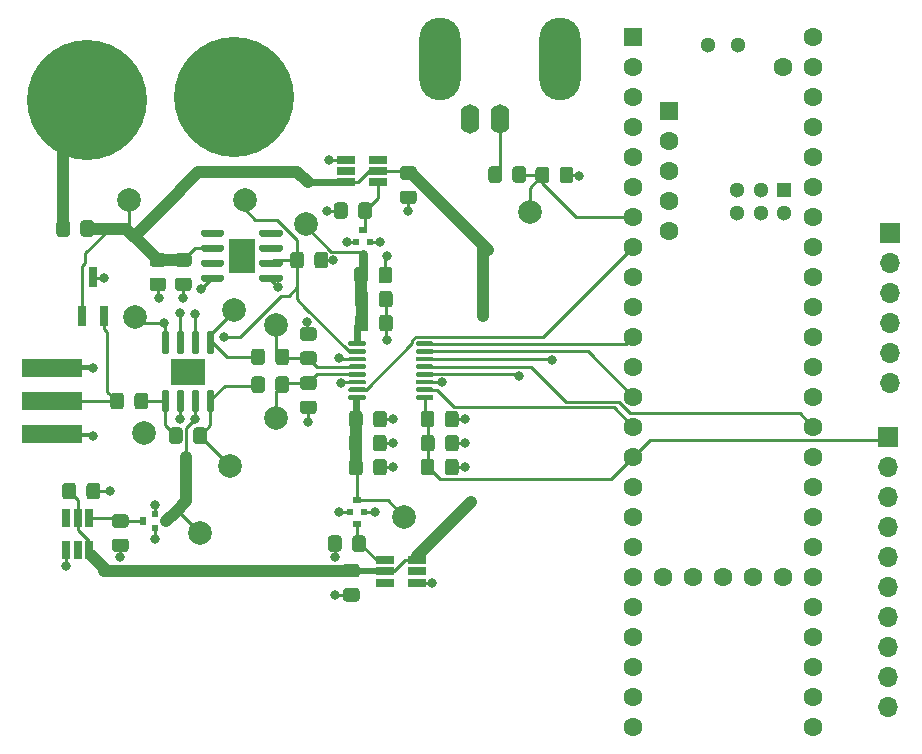
<source format=gbr>
%TF.GenerationSoftware,KiCad,Pcbnew,(5.1.6-0-10_14)*%
%TF.CreationDate,2020-09-18T15:54:44-07:00*%
%TF.ProjectId,AD7766_dev_board,41443737-3636-45f6-9465-765f626f6172,rev?*%
%TF.SameCoordinates,Original*%
%TF.FileFunction,Copper,L1,Top*%
%TF.FilePolarity,Positive*%
%FSLAX46Y46*%
G04 Gerber Fmt 4.6, Leading zero omitted, Abs format (unit mm)*
G04 Created by KiCad (PCBNEW (5.1.6-0-10_14)) date 2020-09-18 15:54:44*
%MOMM*%
%LPD*%
G01*
G04 APERTURE LIST*
%TA.AperFunction,SMDPad,CuDef*%
%ADD10R,0.800000X1.800000*%
%TD*%
%TA.AperFunction,ComponentPad*%
%ADD11C,2.000000*%
%TD*%
%TA.AperFunction,ComponentPad*%
%ADD12O,1.700000X1.700000*%
%TD*%
%TA.AperFunction,ComponentPad*%
%ADD13R,1.700000X1.700000*%
%TD*%
%TA.AperFunction,ComponentPad*%
%ADD14C,1.300000*%
%TD*%
%TA.AperFunction,ComponentPad*%
%ADD15C,1.600000*%
%TD*%
%TA.AperFunction,ComponentPad*%
%ADD16R,1.300000X1.300000*%
%TD*%
%TA.AperFunction,ComponentPad*%
%ADD17R,1.600000X1.600000*%
%TD*%
%TA.AperFunction,SMDPad,CuDef*%
%ADD18R,3.000000X2.290000*%
%TD*%
%TA.AperFunction,SMDPad,CuDef*%
%ADD19R,1.560000X0.650000*%
%TD*%
%TA.AperFunction,SMDPad,CuDef*%
%ADD20R,0.650000X1.560000*%
%TD*%
%TA.AperFunction,SMDPad,CuDef*%
%ADD21R,2.290000X3.000000*%
%TD*%
%TA.AperFunction,ComponentPad*%
%ADD22C,10.160000*%
%TD*%
%TA.AperFunction,ComponentPad*%
%ADD23O,3.500000X7.000000*%
%TD*%
%TA.AperFunction,ComponentPad*%
%ADD24O,1.600000X2.500000*%
%TD*%
%TA.AperFunction,Conductor*%
%ADD25R,0.950000X0.460000*%
%TD*%
%TA.AperFunction,SMDPad,CuDef*%
%ADD26R,5.080000X1.600000*%
%TD*%
%TA.AperFunction,SMDPad,CuDef*%
%ADD27R,0.550000X0.600000*%
%TD*%
%TA.AperFunction,SMDPad,CuDef*%
%ADD28R,0.800000X0.600000*%
%TD*%
%TA.AperFunction,SMDPad,CuDef*%
%ADD29R,0.600000X0.550000*%
%TD*%
%TA.AperFunction,SMDPad,CuDef*%
%ADD30R,0.600000X0.800000*%
%TD*%
%TA.AperFunction,ViaPad*%
%ADD31C,0.800000*%
%TD*%
%TA.AperFunction,Conductor*%
%ADD32C,0.250000*%
%TD*%
%TA.AperFunction,Conductor*%
%ADD33C,1.000000*%
%TD*%
%TA.AperFunction,Conductor*%
%ADD34C,0.600000*%
%TD*%
%TA.AperFunction,Conductor*%
%ADD35C,0.500000*%
%TD*%
%TA.AperFunction,Conductor*%
%ADD36C,0.750000*%
%TD*%
G04 APERTURE END LIST*
D10*
%TO.P,D2,3*%
%TO.N,GND*%
X-13208000Y8890000D03*
%TO.P,D2,2*%
%TO.N,/VIN*%
X-12258000Y5590000D03*
%TO.P,D2,1*%
%TO.N,+7.5V*%
X-14158000Y5590000D03*
%TD*%
D11*
%TO.P,TP19,1*%
%TO.N,/VIN-*%
X2286000Y-3048000D03*
%TD*%
%TO.P,TP18,1*%
%TO.N,/VIN+*%
X2286000Y4826000D03*
%TD*%
%TO.P,TP14,1*%
%TO.N,/VO+*%
X-1651000Y-7112000D03*
%TD*%
%TO.P,TP12,1*%
%TO.N,/VO-*%
X-1270000Y6096000D03*
%TD*%
%TO.P,TP8,1*%
%TO.N,/EXTSYNC*%
X23749000Y14351000D03*
%TD*%
%TO.P,TP7,1*%
%TO.N,/DVDD*%
X13081000Y-11430000D03*
%TD*%
%TO.P,TP6,1*%
%TO.N,/AVDD*%
X4826000Y13335000D03*
%TD*%
%TO.P,TP5,1*%
%TO.N,/VOS2*%
X-8890000Y-4318000D03*
%TD*%
%TO.P,TP4,1*%
%TO.N,+5V*%
X-4191000Y-12827000D03*
%TD*%
%TO.P,TP3,1*%
%TO.N,/VOS1*%
X-9652000Y5461000D03*
%TD*%
%TO.P,TP2,1*%
%TO.N,/VREF*%
X-381000Y15367000D03*
%TD*%
%TO.P,TP1,1*%
%TO.N,+7.5V*%
X-10160000Y15367000D03*
%TD*%
%TO.P,R10,2*%
%TO.N,GND*%
%TA.AperFunction,SMDPad,CuDef*%
G36*
G01*
X26283000Y17036999D02*
X26283000Y17937001D01*
G75*
G02*
X26532999Y18187000I249999J0D01*
G01*
X27183001Y18187000D01*
G75*
G02*
X27433000Y17937001I0J-249999D01*
G01*
X27433000Y17036999D01*
G75*
G02*
X27183001Y16787000I-249999J0D01*
G01*
X26532999Y16787000D01*
G75*
G02*
X26283000Y17036999I0J249999D01*
G01*
G37*
%TD.AperFunction*%
%TO.P,R10,1*%
%TO.N,/EXTSYNC*%
%TA.AperFunction,SMDPad,CuDef*%
G36*
G01*
X24233000Y17036999D02*
X24233000Y17937001D01*
G75*
G02*
X24482999Y18187000I249999J0D01*
G01*
X25133001Y18187000D01*
G75*
G02*
X25383000Y17937001I0J-249999D01*
G01*
X25383000Y17036999D01*
G75*
G02*
X25133001Y16787000I-249999J0D01*
G01*
X24482999Y16787000D01*
G75*
G02*
X24233000Y17036999I0J249999D01*
G01*
G37*
%TD.AperFunction*%
%TD*%
%TO.P,R9,2*%
%TO.N,/EXTSYNC*%
%TA.AperFunction,SMDPad,CuDef*%
G36*
G01*
X22285000Y17075999D02*
X22285000Y17976001D01*
G75*
G02*
X22534999Y18226000I249999J0D01*
G01*
X23185001Y18226000D01*
G75*
G02*
X23435000Y17976001I0J-249999D01*
G01*
X23435000Y17075999D01*
G75*
G02*
X23185001Y16826000I-249999J0D01*
G01*
X22534999Y16826000D01*
G75*
G02*
X22285000Y17075999I0J249999D01*
G01*
G37*
%TD.AperFunction*%
%TO.P,R9,1*%
%TO.N,Net-(J2-Pad1)*%
%TA.AperFunction,SMDPad,CuDef*%
G36*
G01*
X20235000Y17075999D02*
X20235000Y17976001D01*
G75*
G02*
X20484999Y18226000I249999J0D01*
G01*
X21135001Y18226000D01*
G75*
G02*
X21385000Y17976001I0J-249999D01*
G01*
X21385000Y17075999D01*
G75*
G02*
X21135001Y16826000I-249999J0D01*
G01*
X20484999Y16826000D01*
G75*
G02*
X20235000Y17075999I0J249999D01*
G01*
G37*
%TD.AperFunction*%
%TD*%
D12*
%TO.P,J4,10*%
%TO.N,/MC8*%
X54102000Y-27559000D03*
%TO.P,J4,9*%
%TO.N,/MC7*%
X54102000Y-25019000D03*
%TO.P,J4,8*%
%TO.N,/MC6*%
X54102000Y-22479000D03*
%TO.P,J4,7*%
%TO.N,/MC5*%
X54102000Y-19939000D03*
%TO.P,J4,6*%
%TO.N,/MC4*%
X54102000Y-17399000D03*
%TO.P,J4,5*%
%TO.N,/MC3*%
X54102000Y-14859000D03*
%TO.P,J4,4*%
%TO.N,/MC2*%
X54102000Y-12319000D03*
%TO.P,J4,3*%
%TO.N,/MC1*%
X54102000Y-9779000D03*
%TO.P,J4,2*%
%TO.N,Net-(J4-Pad2)*%
X54102000Y-7239000D03*
D13*
%TO.P,J4,1*%
%TO.N,/VDRIVE*%
X54102000Y-4699000D03*
%TD*%
D12*
%TO.P,J3,6*%
%TO.N,/EXT6*%
X54229000Y-127000D03*
%TO.P,J3,5*%
%TO.N,/EXT5*%
X54229000Y2413000D03*
%TO.P,J3,4*%
%TO.N,/EXT4*%
X54229000Y4953000D03*
%TO.P,J3,3*%
%TO.N,/EXT3*%
X54229000Y7493000D03*
%TO.P,J3,2*%
%TO.N,/EXT2*%
X54229000Y10033000D03*
D13*
%TO.P,J3,1*%
%TO.N,/EXT1*%
X54229000Y12573000D03*
%TD*%
D14*
%TO.P,U9,67*%
%TO.N,Net-(U9-Pad67)*%
X41402000Y28480000D03*
%TO.P,U9,66*%
%TO.N,Net-(U9-Pad66)*%
X38862000Y28480000D03*
D15*
%TO.P,U9,54*%
%TO.N,Net-(U9-Pad54)*%
X45212000Y-16510000D03*
%TO.P,U9,53*%
%TO.N,Net-(U9-Pad53)*%
X42672000Y-16510000D03*
%TO.P,U9,52*%
%TO.N,Net-(U9-Pad52)*%
X40132000Y-16510000D03*
%TO.P,U9,51*%
%TO.N,Net-(U9-Pad51)*%
X37592000Y-16510000D03*
%TO.P,U9,50*%
%TO.N,Net-(U9-Pad50)*%
X35052000Y-16510000D03*
D14*
%TO.P,U9,62*%
%TO.N,Net-(U9-Pad62)*%
X41313600Y16240000D03*
%TO.P,U9,63*%
%TO.N,Net-(U9-Pad63)*%
X41313600Y14240000D03*
%TO.P,U9,64*%
%TO.N,Net-(U9-Pad64)*%
X43313600Y14240000D03*
%TO.P,U9,61*%
%TO.N,Net-(U9-Pad61)*%
X43313600Y16240000D03*
%TO.P,U9,65*%
%TO.N,Net-(U9-Pad65)*%
X45313600Y14240000D03*
D16*
%TO.P,U9,60*%
%TO.N,Net-(U9-Pad60)*%
X45313600Y16240000D03*
D15*
%TO.P,U9,17*%
%TO.N,Net-(U9-Pad17)*%
X32512000Y-11430000D03*
%TO.P,U9,18*%
%TO.N,Net-(U9-Pad18)*%
X32512000Y-13970000D03*
%TO.P,U9,19*%
%TO.N,Net-(U9-Pad19)*%
X32512000Y-16510000D03*
%TO.P,U9,20*%
%TO.N,Net-(U9-Pad20)*%
X32512000Y-19050000D03*
%TO.P,U9,16*%
%TO.N,Net-(U9-Pad16)*%
X32512000Y-8890000D03*
%TO.P,U9,15*%
%TO.N,/VDRIVE*%
X32512000Y-6350000D03*
%TO.P,U9,14*%
%TO.N,/MISO*%
X32512000Y-3810000D03*
%TO.P,U9,21*%
%TO.N,Net-(U9-Pad21)*%
X32512000Y-21590000D03*
%TO.P,U9,22*%
%TO.N,Net-(U9-Pad22)*%
X32512000Y-24130000D03*
%TO.P,U9,23*%
%TO.N,Net-(U9-Pad23)*%
X32512000Y-26670000D03*
%TO.P,U9,24*%
%TO.N,Net-(U9-Pad24)*%
X32512000Y-29210000D03*
%TO.P,U9,25*%
%TO.N,Net-(U9-Pad25)*%
X47752000Y-29210000D03*
%TO.P,U9,26*%
%TO.N,/MC8*%
X47752000Y-26670000D03*
%TO.P,U9,27*%
%TO.N,/MC7*%
X47752000Y-24130000D03*
%TO.P,U9,28*%
%TO.N,/MC6*%
X47752000Y-21590000D03*
%TO.P,U9,29*%
%TO.N,/MC5*%
X47752000Y-19050000D03*
%TO.P,U9,30*%
%TO.N,/MC4*%
X47752000Y-16510000D03*
%TO.P,U9,31*%
%TO.N,/MC3*%
X47752000Y-13970000D03*
%TO.P,U9,32*%
%TO.N,/MC2*%
X47752000Y-11430000D03*
%TO.P,U9,33*%
%TO.N,/MC1*%
X47752000Y-8890000D03*
%TO.P,U9,34*%
%TO.N,Net-(J4-Pad2)*%
X47752000Y-6350000D03*
%TO.P,U9,13*%
%TO.N,/MOSI*%
X32512000Y-1270000D03*
%TO.P,U9,12*%
%TO.N,Net-(U9-Pad12)*%
X32512000Y1270000D03*
%TO.P,U9,11*%
%TO.N,/CS*%
X32512000Y3810000D03*
%TO.P,U9,10*%
%TO.N,/DRDY*%
X32512000Y6350000D03*
%TO.P,U9,9*%
%TO.N,/MCLK*%
X32512000Y8890000D03*
%TO.P,U9,8*%
%TO.N,/SYNCPD*%
X32512000Y11430000D03*
%TO.P,U9,7*%
%TO.N,/EXTSYNC*%
X32512000Y13970000D03*
%TO.P,U9,6*%
%TO.N,Net-(U9-Pad6)*%
X32512000Y16510000D03*
%TO.P,U9,5*%
%TO.N,Net-(U9-Pad5)*%
X32512000Y19050000D03*
%TO.P,U9,4*%
%TO.N,Net-(U9-Pad4)*%
X32512000Y21590000D03*
%TO.P,U9,3*%
%TO.N,Net-(U9-Pad3)*%
X32512000Y24130000D03*
%TO.P,U9,2*%
%TO.N,Net-(U9-Pad2)*%
X32512000Y26670000D03*
D17*
%TO.P,U9,1*%
%TO.N,GND*%
X32512000Y29210000D03*
D15*
%TO.P,U9,35*%
%TO.N,/SCK*%
X47752000Y-3810000D03*
%TO.P,U9,36*%
%TO.N,/EXT6*%
X47752000Y-1270000D03*
%TO.P,U9,37*%
%TO.N,/EXT5*%
X47752000Y1270000D03*
%TO.P,U9,38*%
%TO.N,/EXT4*%
X47752000Y3810000D03*
%TO.P,U9,39*%
%TO.N,/EXT3*%
X47752000Y6350000D03*
%TO.P,U9,40*%
%TO.N,/EXT2*%
X47752000Y8890000D03*
%TO.P,U9,41*%
%TO.N,/EXT1*%
X47752000Y11430000D03*
%TO.P,U9,42*%
%TO.N,Net-(U9-Pad42)*%
X47752000Y13970000D03*
%TO.P,U9,43*%
%TO.N,Net-(U9-Pad43)*%
X47752000Y16510000D03*
%TO.P,U9,44*%
%TO.N,Net-(U9-Pad44)*%
X47752000Y19050000D03*
%TO.P,U9,45*%
%TO.N,Net-(U9-Pad45)*%
X47752000Y21590000D03*
%TO.P,U9,46*%
%TO.N,Net-(U9-Pad46)*%
X47752000Y24130000D03*
%TO.P,U9,47*%
%TO.N,Net-(U9-Pad47)*%
X47752000Y26670000D03*
%TO.P,U9,48*%
%TO.N,Net-(U9-Pad48)*%
X47752000Y29210000D03*
D17*
%TO.P,U9,55*%
%TO.N,Net-(U9-Pad55)*%
X35562800Y22910800D03*
D15*
%TO.P,U9,56*%
%TO.N,Net-(U9-Pad56)*%
X35562800Y20370800D03*
%TO.P,U9,57*%
%TO.N,Net-(U9-Pad57)*%
X35562800Y17830800D03*
%TO.P,U9,58*%
%TO.N,Net-(U9-Pad58)*%
X35562800Y15290800D03*
%TO.P,U9,59*%
%TO.N,Net-(U9-Pad59)*%
X35562800Y12750800D03*
%TO.P,U9,49*%
%TO.N,Net-(U9-Pad49)*%
X45212000Y26670000D03*
%TD*%
%TO.P,U8,16*%
%TO.N,/CS*%
%TA.AperFunction,SMDPad,CuDef*%
G36*
G01*
X14121500Y3105000D02*
X14121500Y3305000D01*
G75*
G02*
X14221500Y3405000I100000J0D01*
G01*
X15496500Y3405000D01*
G75*
G02*
X15596500Y3305000I0J-100000D01*
G01*
X15596500Y3105000D01*
G75*
G02*
X15496500Y3005000I-100000J0D01*
G01*
X14221500Y3005000D01*
G75*
G02*
X14121500Y3105000I0J100000D01*
G01*
G37*
%TD.AperFunction*%
%TO.P,U8,15*%
%TO.N,/MOSI*%
%TA.AperFunction,SMDPad,CuDef*%
G36*
G01*
X14121500Y2455000D02*
X14121500Y2655000D01*
G75*
G02*
X14221500Y2755000I100000J0D01*
G01*
X15496500Y2755000D01*
G75*
G02*
X15596500Y2655000I0J-100000D01*
G01*
X15596500Y2455000D01*
G75*
G02*
X15496500Y2355000I-100000J0D01*
G01*
X14221500Y2355000D01*
G75*
G02*
X14121500Y2455000I0J100000D01*
G01*
G37*
%TD.AperFunction*%
%TO.P,U8,14*%
%TO.N,/MCLK*%
%TA.AperFunction,SMDPad,CuDef*%
G36*
G01*
X14121500Y1805000D02*
X14121500Y2005000D01*
G75*
G02*
X14221500Y2105000I100000J0D01*
G01*
X15496500Y2105000D01*
G75*
G02*
X15596500Y2005000I0J-100000D01*
G01*
X15596500Y1805000D01*
G75*
G02*
X15496500Y1705000I-100000J0D01*
G01*
X14221500Y1705000D01*
G75*
G02*
X14121500Y1805000I0J100000D01*
G01*
G37*
%TD.AperFunction*%
%TO.P,U8,13*%
%TO.N,/SCK*%
%TA.AperFunction,SMDPad,CuDef*%
G36*
G01*
X14121500Y1155000D02*
X14121500Y1355000D01*
G75*
G02*
X14221500Y1455000I100000J0D01*
G01*
X15496500Y1455000D01*
G75*
G02*
X15596500Y1355000I0J-100000D01*
G01*
X15596500Y1155000D01*
G75*
G02*
X15496500Y1055000I-100000J0D01*
G01*
X14221500Y1055000D01*
G75*
G02*
X14121500Y1155000I0J100000D01*
G01*
G37*
%TD.AperFunction*%
%TO.P,U8,12*%
%TO.N,/DRDY*%
%TA.AperFunction,SMDPad,CuDef*%
G36*
G01*
X14121500Y505000D02*
X14121500Y705000D01*
G75*
G02*
X14221500Y805000I100000J0D01*
G01*
X15496500Y805000D01*
G75*
G02*
X15596500Y705000I0J-100000D01*
G01*
X15596500Y505000D01*
G75*
G02*
X15496500Y405000I-100000J0D01*
G01*
X14221500Y405000D01*
G75*
G02*
X14121500Y505000I0J100000D01*
G01*
G37*
%TD.AperFunction*%
%TO.P,U8,11*%
%TO.N,GND*%
%TA.AperFunction,SMDPad,CuDef*%
G36*
G01*
X14121500Y-145000D02*
X14121500Y55000D01*
G75*
G02*
X14221500Y155000I100000J0D01*
G01*
X15496500Y155000D01*
G75*
G02*
X15596500Y55000I0J-100000D01*
G01*
X15596500Y-145000D01*
G75*
G02*
X15496500Y-245000I-100000J0D01*
G01*
X14221500Y-245000D01*
G75*
G02*
X14121500Y-145000I0J100000D01*
G01*
G37*
%TD.AperFunction*%
%TO.P,U8,10*%
%TO.N,/MISO*%
%TA.AperFunction,SMDPad,CuDef*%
G36*
G01*
X14121500Y-795000D02*
X14121500Y-595000D01*
G75*
G02*
X14221500Y-495000I100000J0D01*
G01*
X15496500Y-495000D01*
G75*
G02*
X15596500Y-595000I0J-100000D01*
G01*
X15596500Y-795000D01*
G75*
G02*
X15496500Y-895000I-100000J0D01*
G01*
X14221500Y-895000D01*
G75*
G02*
X14121500Y-795000I0J100000D01*
G01*
G37*
%TD.AperFunction*%
%TO.P,U8,9*%
%TO.N,/VDRIVE*%
%TA.AperFunction,SMDPad,CuDef*%
G36*
G01*
X14121500Y-1445000D02*
X14121500Y-1245000D01*
G75*
G02*
X14221500Y-1145000I100000J0D01*
G01*
X15496500Y-1145000D01*
G75*
G02*
X15596500Y-1245000I0J-100000D01*
G01*
X15596500Y-1445000D01*
G75*
G02*
X15496500Y-1545000I-100000J0D01*
G01*
X14221500Y-1545000D01*
G75*
G02*
X14121500Y-1445000I0J100000D01*
G01*
G37*
%TD.AperFunction*%
%TO.P,U8,8*%
%TO.N,/DVDD*%
%TA.AperFunction,SMDPad,CuDef*%
G36*
G01*
X8396500Y-1445000D02*
X8396500Y-1245000D01*
G75*
G02*
X8496500Y-1145000I100000J0D01*
G01*
X9771500Y-1145000D01*
G75*
G02*
X9871500Y-1245000I0J-100000D01*
G01*
X9871500Y-1445000D01*
G75*
G02*
X9771500Y-1545000I-100000J0D01*
G01*
X8496500Y-1545000D01*
G75*
G02*
X8396500Y-1445000I0J100000D01*
G01*
G37*
%TD.AperFunction*%
%TO.P,U8,7*%
%TO.N,/SYNCPD*%
%TA.AperFunction,SMDPad,CuDef*%
G36*
G01*
X8396500Y-795000D02*
X8396500Y-595000D01*
G75*
G02*
X8496500Y-495000I100000J0D01*
G01*
X9771500Y-495000D01*
G75*
G02*
X9871500Y-595000I0J-100000D01*
G01*
X9871500Y-795000D01*
G75*
G02*
X9771500Y-895000I-100000J0D01*
G01*
X8496500Y-895000D01*
G75*
G02*
X8396500Y-795000I0J100000D01*
G01*
G37*
%TD.AperFunction*%
%TO.P,U8,6*%
%TO.N,GND*%
%TA.AperFunction,SMDPad,CuDef*%
G36*
G01*
X8396500Y-145000D02*
X8396500Y55000D01*
G75*
G02*
X8496500Y155000I100000J0D01*
G01*
X9771500Y155000D01*
G75*
G02*
X9871500Y55000I0J-100000D01*
G01*
X9871500Y-145000D01*
G75*
G02*
X9771500Y-245000I-100000J0D01*
G01*
X8496500Y-245000D01*
G75*
G02*
X8396500Y-145000I0J100000D01*
G01*
G37*
%TD.AperFunction*%
%TO.P,U8,5*%
%TO.N,/VIN-*%
%TA.AperFunction,SMDPad,CuDef*%
G36*
G01*
X8396500Y505000D02*
X8396500Y705000D01*
G75*
G02*
X8496500Y805000I100000J0D01*
G01*
X9771500Y805000D01*
G75*
G02*
X9871500Y705000I0J-100000D01*
G01*
X9871500Y505000D01*
G75*
G02*
X9771500Y405000I-100000J0D01*
G01*
X8496500Y405000D01*
G75*
G02*
X8396500Y505000I0J100000D01*
G01*
G37*
%TD.AperFunction*%
%TO.P,U8,4*%
%TO.N,/VIN+*%
%TA.AperFunction,SMDPad,CuDef*%
G36*
G01*
X8396500Y1155000D02*
X8396500Y1355000D01*
G75*
G02*
X8496500Y1455000I100000J0D01*
G01*
X9771500Y1455000D01*
G75*
G02*
X9871500Y1355000I0J-100000D01*
G01*
X9871500Y1155000D01*
G75*
G02*
X9771500Y1055000I-100000J0D01*
G01*
X8496500Y1055000D01*
G75*
G02*
X8396500Y1155000I0J100000D01*
G01*
G37*
%TD.AperFunction*%
%TO.P,U8,3*%
%TO.N,GND*%
%TA.AperFunction,SMDPad,CuDef*%
G36*
G01*
X8396500Y1805000D02*
X8396500Y2005000D01*
G75*
G02*
X8496500Y2105000I100000J0D01*
G01*
X9771500Y2105000D01*
G75*
G02*
X9871500Y2005000I0J-100000D01*
G01*
X9871500Y1805000D01*
G75*
G02*
X9771500Y1705000I-100000J0D01*
G01*
X8496500Y1705000D01*
G75*
G02*
X8396500Y1805000I0J100000D01*
G01*
G37*
%TD.AperFunction*%
%TO.P,U8,2*%
%TO.N,/VREF*%
%TA.AperFunction,SMDPad,CuDef*%
G36*
G01*
X8396500Y2455000D02*
X8396500Y2655000D01*
G75*
G02*
X8496500Y2755000I100000J0D01*
G01*
X9771500Y2755000D01*
G75*
G02*
X9871500Y2655000I0J-100000D01*
G01*
X9871500Y2455000D01*
G75*
G02*
X9771500Y2355000I-100000J0D01*
G01*
X8496500Y2355000D01*
G75*
G02*
X8396500Y2455000I0J100000D01*
G01*
G37*
%TD.AperFunction*%
%TO.P,U8,1*%
%TO.N,/AVDD*%
%TA.AperFunction,SMDPad,CuDef*%
G36*
G01*
X8396500Y3105000D02*
X8396500Y3305000D01*
G75*
G02*
X8496500Y3405000I100000J0D01*
G01*
X9771500Y3405000D01*
G75*
G02*
X9871500Y3305000I0J-100000D01*
G01*
X9871500Y3105000D01*
G75*
G02*
X9771500Y3005000I-100000J0D01*
G01*
X8496500Y3005000D01*
G75*
G02*
X8396500Y3105000I0J100000D01*
G01*
G37*
%TD.AperFunction*%
%TD*%
D18*
%TO.P,U7,9*%
%TO.N,N/C*%
X-5195000Y825500D03*
%TO.P,U7,8*%
%TO.N,/VOS1*%
%TA.AperFunction,SMDPad,CuDef*%
G36*
G01*
X-6950000Y2325500D02*
X-7250000Y2325500D01*
G75*
G02*
X-7400000Y2475500I0J150000D01*
G01*
X-7400000Y4125500D01*
G75*
G02*
X-7250000Y4275500I150000J0D01*
G01*
X-6950000Y4275500D01*
G75*
G02*
X-6800000Y4125500I0J-150000D01*
G01*
X-6800000Y2475500D01*
G75*
G02*
X-6950000Y2325500I-150000J0D01*
G01*
G37*
%TD.AperFunction*%
%TO.P,U7,7*%
%TO.N,GND*%
%TA.AperFunction,SMDPad,CuDef*%
G36*
G01*
X-5680000Y2325500D02*
X-5980000Y2325500D01*
G75*
G02*
X-6130000Y2475500I0J150000D01*
G01*
X-6130000Y4125500D01*
G75*
G02*
X-5980000Y4275500I150000J0D01*
G01*
X-5680000Y4275500D01*
G75*
G02*
X-5530000Y4125500I0J-150000D01*
G01*
X-5530000Y2475500D01*
G75*
G02*
X-5680000Y2325500I-150000J0D01*
G01*
G37*
%TD.AperFunction*%
%TO.P,U7,6*%
%TA.AperFunction,SMDPad,CuDef*%
G36*
G01*
X-4410000Y2325500D02*
X-4710000Y2325500D01*
G75*
G02*
X-4860000Y2475500I0J150000D01*
G01*
X-4860000Y4125500D01*
G75*
G02*
X-4710000Y4275500I150000J0D01*
G01*
X-4410000Y4275500D01*
G75*
G02*
X-4260000Y4125500I0J-150000D01*
G01*
X-4260000Y2475500D01*
G75*
G02*
X-4410000Y2325500I-150000J0D01*
G01*
G37*
%TD.AperFunction*%
%TO.P,U7,5*%
%TO.N,/VO-*%
%TA.AperFunction,SMDPad,CuDef*%
G36*
G01*
X-3140000Y2325500D02*
X-3440000Y2325500D01*
G75*
G02*
X-3590000Y2475500I0J150000D01*
G01*
X-3590000Y4125500D01*
G75*
G02*
X-3440000Y4275500I150000J0D01*
G01*
X-3140000Y4275500D01*
G75*
G02*
X-2990000Y4125500I0J-150000D01*
G01*
X-2990000Y2475500D01*
G75*
G02*
X-3140000Y2325500I-150000J0D01*
G01*
G37*
%TD.AperFunction*%
%TO.P,U7,4*%
%TO.N,/VO+*%
%TA.AperFunction,SMDPad,CuDef*%
G36*
G01*
X-3140000Y-2624500D02*
X-3440000Y-2624500D01*
G75*
G02*
X-3590000Y-2474500I0J150000D01*
G01*
X-3590000Y-824500D01*
G75*
G02*
X-3440000Y-674500I150000J0D01*
G01*
X-3140000Y-674500D01*
G75*
G02*
X-2990000Y-824500I0J-150000D01*
G01*
X-2990000Y-2474500D01*
G75*
G02*
X-3140000Y-2624500I-150000J0D01*
G01*
G37*
%TD.AperFunction*%
%TO.P,U7,3*%
%TO.N,+5V*%
%TA.AperFunction,SMDPad,CuDef*%
G36*
G01*
X-4410000Y-2624500D02*
X-4710000Y-2624500D01*
G75*
G02*
X-4860000Y-2474500I0J150000D01*
G01*
X-4860000Y-824500D01*
G75*
G02*
X-4710000Y-674500I150000J0D01*
G01*
X-4410000Y-674500D01*
G75*
G02*
X-4260000Y-824500I0J-150000D01*
G01*
X-4260000Y-2474500D01*
G75*
G02*
X-4410000Y-2624500I-150000J0D01*
G01*
G37*
%TD.AperFunction*%
%TO.P,U7,2*%
%TO.N,/VOS2*%
%TA.AperFunction,SMDPad,CuDef*%
G36*
G01*
X-5680000Y-2624500D02*
X-5980000Y-2624500D01*
G75*
G02*
X-6130000Y-2474500I0J150000D01*
G01*
X-6130000Y-824500D01*
G75*
G02*
X-5980000Y-674500I150000J0D01*
G01*
X-5680000Y-674500D01*
G75*
G02*
X-5530000Y-824500I0J-150000D01*
G01*
X-5530000Y-2474500D01*
G75*
G02*
X-5680000Y-2624500I-150000J0D01*
G01*
G37*
%TD.AperFunction*%
%TO.P,U7,1*%
%TO.N,Net-(R3-Pad1)*%
%TA.AperFunction,SMDPad,CuDef*%
G36*
G01*
X-6950000Y-2624500D02*
X-7250000Y-2624500D01*
G75*
G02*
X-7400000Y-2474500I0J150000D01*
G01*
X-7400000Y-824500D01*
G75*
G02*
X-7250000Y-674500I150000J0D01*
G01*
X-6950000Y-674500D01*
G75*
G02*
X-6800000Y-824500I0J-150000D01*
G01*
X-6800000Y-2474500D01*
G75*
G02*
X-6950000Y-2624500I-150000J0D01*
G01*
G37*
%TD.AperFunction*%
%TD*%
D19*
%TO.P,U6,5*%
%TO.N,Net-(U6-Pad5)*%
X14224000Y-16063000D03*
%TO.P,U6,6*%
%TO.N,+7.5V*%
X14224000Y-15113000D03*
%TO.P,U6,4*%
%TO.N,GND*%
X14224000Y-17013000D03*
%TO.P,U6,3*%
%TO.N,Net-(U6-Pad3)*%
X11524000Y-17013000D03*
%TO.P,U6,2*%
%TO.N,+7.5V*%
X11524000Y-16063000D03*
%TO.P,U6,1*%
%TO.N,/DVDD_D*%
X11524000Y-15113000D03*
%TD*%
%TO.P,U5,5*%
%TO.N,Net-(U5-Pad5)*%
X8175000Y17827000D03*
%TO.P,U5,6*%
%TO.N,+7.5V*%
X8175000Y16877000D03*
%TO.P,U5,4*%
%TO.N,GND*%
X8175000Y18777000D03*
%TO.P,U5,3*%
%TO.N,Net-(U5-Pad3)*%
X10875000Y18777000D03*
%TO.P,U5,2*%
%TO.N,+7.5V*%
X10875000Y17827000D03*
%TO.P,U5,1*%
%TO.N,/AVDD_D*%
X10875000Y16877000D03*
%TD*%
D20*
%TO.P,U4,5*%
%TO.N,Net-(U4-Pad5)*%
X-14539000Y-14257000D03*
%TO.P,U4,6*%
%TO.N,+7.5V*%
X-13589000Y-14257000D03*
%TO.P,U4,4*%
%TO.N,GND*%
X-15489000Y-14257000D03*
%TO.P,U4,3*%
%TO.N,Net-(U4-Pad3)*%
X-15489000Y-11557000D03*
%TO.P,U4,2*%
%TO.N,+7.5V*%
X-14539000Y-11557000D03*
%TO.P,U4,1*%
%TO.N,Net-(C7-Pad1)*%
X-13589000Y-11557000D03*
%TD*%
D21*
%TO.P,U3,9*%
%TO.N,N/C*%
X-635000Y10668000D03*
%TO.P,U3,8*%
%TO.N,Net-(U3-Pad8)*%
%TA.AperFunction,SMDPad,CuDef*%
G36*
G01*
X865000Y12423000D02*
X865000Y12723000D01*
G75*
G02*
X1015000Y12873000I150000J0D01*
G01*
X2665000Y12873000D01*
G75*
G02*
X2815000Y12723000I0J-150000D01*
G01*
X2815000Y12423000D01*
G75*
G02*
X2665000Y12273000I-150000J0D01*
G01*
X1015000Y12273000D01*
G75*
G02*
X865000Y12423000I0J150000D01*
G01*
G37*
%TD.AperFunction*%
%TO.P,U3,7*%
%TO.N,Net-(U3-Pad7)*%
%TA.AperFunction,SMDPad,CuDef*%
G36*
G01*
X865000Y11153000D02*
X865000Y11453000D01*
G75*
G02*
X1015000Y11603000I150000J0D01*
G01*
X2665000Y11603000D01*
G75*
G02*
X2815000Y11453000I0J-150000D01*
G01*
X2815000Y11153000D01*
G75*
G02*
X2665000Y11003000I-150000J0D01*
G01*
X1015000Y11003000D01*
G75*
G02*
X865000Y11153000I0J150000D01*
G01*
G37*
%TD.AperFunction*%
%TO.P,U3,6*%
%TO.N,/VREF*%
%TA.AperFunction,SMDPad,CuDef*%
G36*
G01*
X865000Y9883000D02*
X865000Y10183000D01*
G75*
G02*
X1015000Y10333000I150000J0D01*
G01*
X2665000Y10333000D01*
G75*
G02*
X2815000Y10183000I0J-150000D01*
G01*
X2815000Y9883000D01*
G75*
G02*
X2665000Y9733000I-150000J0D01*
G01*
X1015000Y9733000D01*
G75*
G02*
X865000Y9883000I0J150000D01*
G01*
G37*
%TD.AperFunction*%
%TO.P,U3,5*%
%TO.N,GND*%
%TA.AperFunction,SMDPad,CuDef*%
G36*
G01*
X865000Y8613000D02*
X865000Y8913000D01*
G75*
G02*
X1015000Y9063000I150000J0D01*
G01*
X2665000Y9063000D01*
G75*
G02*
X2815000Y8913000I0J-150000D01*
G01*
X2815000Y8613000D01*
G75*
G02*
X2665000Y8463000I-150000J0D01*
G01*
X1015000Y8463000D01*
G75*
G02*
X865000Y8613000I0J150000D01*
G01*
G37*
%TD.AperFunction*%
%TO.P,U3,4*%
%TA.AperFunction,SMDPad,CuDef*%
G36*
G01*
X-4085000Y8613000D02*
X-4085000Y8913000D01*
G75*
G02*
X-3935000Y9063000I150000J0D01*
G01*
X-2285000Y9063000D01*
G75*
G02*
X-2135000Y8913000I0J-150000D01*
G01*
X-2135000Y8613000D01*
G75*
G02*
X-2285000Y8463000I-150000J0D01*
G01*
X-3935000Y8463000D01*
G75*
G02*
X-4085000Y8613000I0J150000D01*
G01*
G37*
%TD.AperFunction*%
%TO.P,U3,3*%
%TO.N,Net-(U3-Pad3)*%
%TA.AperFunction,SMDPad,CuDef*%
G36*
G01*
X-4085000Y9883000D02*
X-4085000Y10183000D01*
G75*
G02*
X-3935000Y10333000I150000J0D01*
G01*
X-2285000Y10333000D01*
G75*
G02*
X-2135000Y10183000I0J-150000D01*
G01*
X-2135000Y9883000D01*
G75*
G02*
X-2285000Y9733000I-150000J0D01*
G01*
X-3935000Y9733000D01*
G75*
G02*
X-4085000Y9883000I0J150000D01*
G01*
G37*
%TD.AperFunction*%
%TO.P,U3,2*%
%TO.N,+7.5V*%
%TA.AperFunction,SMDPad,CuDef*%
G36*
G01*
X-4085000Y11153000D02*
X-4085000Y11453000D01*
G75*
G02*
X-3935000Y11603000I150000J0D01*
G01*
X-2285000Y11603000D01*
G75*
G02*
X-2135000Y11453000I0J-150000D01*
G01*
X-2135000Y11153000D01*
G75*
G02*
X-2285000Y11003000I-150000J0D01*
G01*
X-3935000Y11003000D01*
G75*
G02*
X-4085000Y11153000I0J150000D01*
G01*
G37*
%TD.AperFunction*%
%TO.P,U3,1*%
%TO.N,Net-(U3-Pad1)*%
%TA.AperFunction,SMDPad,CuDef*%
G36*
G01*
X-4085000Y12423000D02*
X-4085000Y12723000D01*
G75*
G02*
X-3935000Y12873000I150000J0D01*
G01*
X-2285000Y12873000D01*
G75*
G02*
X-2135000Y12723000I0J-150000D01*
G01*
X-2135000Y12423000D01*
G75*
G02*
X-2285000Y12273000I-150000J0D01*
G01*
X-3935000Y12273000D01*
G75*
G02*
X-4085000Y12423000I0J150000D01*
G01*
G37*
%TD.AperFunction*%
%TD*%
D22*
%TO.P,U2,1*%
%TO.N,GND*%
X-1270000Y24130000D03*
%TD*%
%TO.P,U1,1*%
%TO.N,Net-(D1-Pad1)*%
X-13716000Y23876000D03*
%TD*%
%TO.P,R8,2*%
%TO.N,/VO+*%
%TA.AperFunction,SMDPad,CuDef*%
G36*
G01*
X1319000Y196001D02*
X1319000Y-704001D01*
G75*
G02*
X1069001Y-954000I-249999J0D01*
G01*
X418999Y-954000D01*
G75*
G02*
X169000Y-704001I0J249999D01*
G01*
X169000Y196001D01*
G75*
G02*
X418999Y446000I249999J0D01*
G01*
X1069001Y446000D01*
G75*
G02*
X1319000Y196001I0J-249999D01*
G01*
G37*
%TD.AperFunction*%
%TO.P,R8,1*%
%TO.N,/VIN-*%
%TA.AperFunction,SMDPad,CuDef*%
G36*
G01*
X3369000Y196001D02*
X3369000Y-704001D01*
G75*
G02*
X3119001Y-954000I-249999J0D01*
G01*
X2468999Y-954000D01*
G75*
G02*
X2219000Y-704001I0J249999D01*
G01*
X2219000Y196001D01*
G75*
G02*
X2468999Y446000I249999J0D01*
G01*
X3119001Y446000D01*
G75*
G02*
X3369000Y196001I0J-249999D01*
G01*
G37*
%TD.AperFunction*%
%TD*%
%TO.P,R7,2*%
%TO.N,/VO-*%
%TA.AperFunction,SMDPad,CuDef*%
G36*
G01*
X1319000Y2545501D02*
X1319000Y1645499D01*
G75*
G02*
X1069001Y1395500I-249999J0D01*
G01*
X418999Y1395500D01*
G75*
G02*
X169000Y1645499I0J249999D01*
G01*
X169000Y2545501D01*
G75*
G02*
X418999Y2795500I249999J0D01*
G01*
X1069001Y2795500D01*
G75*
G02*
X1319000Y2545501I0J-249999D01*
G01*
G37*
%TD.AperFunction*%
%TO.P,R7,1*%
%TO.N,/VIN+*%
%TA.AperFunction,SMDPad,CuDef*%
G36*
G01*
X3369000Y2545501D02*
X3369000Y1645499D01*
G75*
G02*
X3119001Y1395500I-249999J0D01*
G01*
X2468999Y1395500D01*
G75*
G02*
X2219000Y1645499I0J249999D01*
G01*
X2219000Y2545501D01*
G75*
G02*
X2468999Y2795500I249999J0D01*
G01*
X3119001Y2795500D01*
G75*
G02*
X3369000Y2545501I0J-249999D01*
G01*
G37*
%TD.AperFunction*%
%TD*%
%TO.P,R6,2*%
%TO.N,Net-(R3-Pad1)*%
%TA.AperFunction,SMDPad,CuDef*%
G36*
G01*
X-5648000Y-4121999D02*
X-5648000Y-5022001D01*
G75*
G02*
X-5897999Y-5272000I-249999J0D01*
G01*
X-6548001Y-5272000D01*
G75*
G02*
X-6798000Y-5022001I0J249999D01*
G01*
X-6798000Y-4121999D01*
G75*
G02*
X-6548001Y-3872000I249999J0D01*
G01*
X-5897999Y-3872000D01*
G75*
G02*
X-5648000Y-4121999I0J-249999D01*
G01*
G37*
%TD.AperFunction*%
%TO.P,R6,1*%
%TO.N,/VO+*%
%TA.AperFunction,SMDPad,CuDef*%
G36*
G01*
X-3598000Y-4121999D02*
X-3598000Y-5022001D01*
G75*
G02*
X-3847999Y-5272000I-249999J0D01*
G01*
X-4498001Y-5272000D01*
G75*
G02*
X-4748000Y-5022001I0J249999D01*
G01*
X-4748000Y-4121999D01*
G75*
G02*
X-4498001Y-3872000I249999J0D01*
G01*
X-3847999Y-3872000D01*
G75*
G02*
X-3598000Y-4121999I0J-249999D01*
G01*
G37*
%TD.AperFunction*%
%TD*%
%TO.P,R3,2*%
%TO.N,/VIN*%
%TA.AperFunction,SMDPad,CuDef*%
G36*
G01*
X-10619000Y-1200999D02*
X-10619000Y-2101001D01*
G75*
G02*
X-10868999Y-2351000I-249999J0D01*
G01*
X-11519001Y-2351000D01*
G75*
G02*
X-11769000Y-2101001I0J249999D01*
G01*
X-11769000Y-1200999D01*
G75*
G02*
X-11519001Y-951000I249999J0D01*
G01*
X-10868999Y-951000D01*
G75*
G02*
X-10619000Y-1200999I0J-249999D01*
G01*
G37*
%TD.AperFunction*%
%TO.P,R3,1*%
%TO.N,Net-(R3-Pad1)*%
%TA.AperFunction,SMDPad,CuDef*%
G36*
G01*
X-8569000Y-1200999D02*
X-8569000Y-2101001D01*
G75*
G02*
X-8818999Y-2351000I-249999J0D01*
G01*
X-9469001Y-2351000D01*
G75*
G02*
X-9719000Y-2101001I0J249999D01*
G01*
X-9719000Y-1200999D01*
G75*
G02*
X-9469001Y-951000I249999J0D01*
G01*
X-8818999Y-951000D01*
G75*
G02*
X-8569000Y-1200999I0J-249999D01*
G01*
G37*
%TD.AperFunction*%
%TD*%
D23*
%TO.P,J2,2*%
%TO.N,GND*%
X26289000Y27305000D03*
D24*
%TO.P,J2,1*%
%TO.N,Net-(J2-Pad1)*%
X21209000Y22225000D03*
D23*
%TO.P,J2,2*%
%TO.N,GND*%
X16129000Y27305000D03*
D24*
X18669000Y22225000D03*
%TD*%
D25*
%TO.N,GND*%
%TO.C,J1*%
X-13716000Y-4507000D03*
X-13716000Y1205000D03*
D26*
%TD*%
%TO.P,J1,2*%
%TO.N,GND*%
X-16706000Y-4421000D03*
%TO.P,J1,2*%
%TO.N,GND*%
X-16706000Y1119000D03*
%TO.P,J1,1*%
%TO.N,/VIN*%
X-16706000Y-1651000D03*
%TD*%
D27*
%TO.P,FL3,2*%
%TO.N,GND*%
X9719000Y-11049000D03*
X8569000Y-11049000D03*
D28*
%TO.P,FL3,3*%
%TO.N,/DVDD*%
X9144000Y-10065000D03*
%TO.P,FL3,1*%
%TO.N,/DVDD_D*%
X9144000Y-12065000D03*
%TD*%
D27*
%TO.P,FL2,2*%
%TO.N,GND*%
X9077000Y11779000D03*
X10227000Y11779000D03*
D28*
%TO.P,FL2,3*%
%TO.N,/AVDD*%
X9652000Y10795000D03*
%TO.P,FL2,1*%
%TO.N,/AVDD_D*%
X9652000Y12795000D03*
%TD*%
D29*
%TO.P,FL1,2*%
%TO.N,GND*%
X-8001000Y-12386000D03*
X-8001000Y-11236000D03*
D30*
%TO.P,FL1,3*%
%TO.N,+5V*%
X-7017000Y-11811000D03*
%TO.P,FL1,1*%
%TO.N,Net-(C7-Pad1)*%
X-9017000Y-11811000D03*
%TD*%
%TO.P,D1,2*%
%TO.N,+7.5V*%
%TA.AperFunction,SMDPad,CuDef*%
G36*
G01*
X-14291000Y12503999D02*
X-14291000Y13404001D01*
G75*
G02*
X-14041001Y13654000I249999J0D01*
G01*
X-13390999Y13654000D01*
G75*
G02*
X-13141000Y13404001I0J-249999D01*
G01*
X-13141000Y12503999D01*
G75*
G02*
X-13390999Y12254000I-249999J0D01*
G01*
X-14041001Y12254000D01*
G75*
G02*
X-14291000Y12503999I0J249999D01*
G01*
G37*
%TD.AperFunction*%
%TO.P,D1,1*%
%TO.N,Net-(D1-Pad1)*%
%TA.AperFunction,SMDPad,CuDef*%
G36*
G01*
X-16341000Y12503999D02*
X-16341000Y13404001D01*
G75*
G02*
X-16091001Y13654000I249999J0D01*
G01*
X-15440999Y13654000D01*
G75*
G02*
X-15191000Y13404001I0J-249999D01*
G01*
X-15191000Y12503999D01*
G75*
G02*
X-15440999Y12254000I-249999J0D01*
G01*
X-16091001Y12254000D01*
G75*
G02*
X-16341000Y12503999I0J249999D01*
G01*
G37*
%TD.AperFunction*%
%TD*%
%TO.P,CD9,2*%
%TO.N,GND*%
%TA.AperFunction,SMDPad,CuDef*%
G36*
G01*
X16570000Y-3625001D02*
X16570000Y-2724999D01*
G75*
G02*
X16819999Y-2475000I249999J0D01*
G01*
X17470001Y-2475000D01*
G75*
G02*
X17720000Y-2724999I0J-249999D01*
G01*
X17720000Y-3625001D01*
G75*
G02*
X17470001Y-3875000I-249999J0D01*
G01*
X16819999Y-3875000D01*
G75*
G02*
X16570000Y-3625001I0J249999D01*
G01*
G37*
%TD.AperFunction*%
%TO.P,CD9,1*%
%TO.N,/VDRIVE*%
%TA.AperFunction,SMDPad,CuDef*%
G36*
G01*
X14520000Y-3625001D02*
X14520000Y-2724999D01*
G75*
G02*
X14769999Y-2475000I249999J0D01*
G01*
X15420001Y-2475000D01*
G75*
G02*
X15670000Y-2724999I0J-249999D01*
G01*
X15670000Y-3625001D01*
G75*
G02*
X15420001Y-3875000I-249999J0D01*
G01*
X14769999Y-3875000D01*
G75*
G02*
X14520000Y-3625001I0J249999D01*
G01*
G37*
%TD.AperFunction*%
%TD*%
%TO.P,CD8,2*%
%TO.N,GND*%
%TA.AperFunction,SMDPad,CuDef*%
G36*
G01*
X16588000Y-5657001D02*
X16588000Y-4756999D01*
G75*
G02*
X16837999Y-4507000I249999J0D01*
G01*
X17488001Y-4507000D01*
G75*
G02*
X17738000Y-4756999I0J-249999D01*
G01*
X17738000Y-5657001D01*
G75*
G02*
X17488001Y-5907000I-249999J0D01*
G01*
X16837999Y-5907000D01*
G75*
G02*
X16588000Y-5657001I0J249999D01*
G01*
G37*
%TD.AperFunction*%
%TO.P,CD8,1*%
%TO.N,/VDRIVE*%
%TA.AperFunction,SMDPad,CuDef*%
G36*
G01*
X14538000Y-5657001D02*
X14538000Y-4756999D01*
G75*
G02*
X14787999Y-4507000I249999J0D01*
G01*
X15438001Y-4507000D01*
G75*
G02*
X15688000Y-4756999I0J-249999D01*
G01*
X15688000Y-5657001D01*
G75*
G02*
X15438001Y-5907000I-249999J0D01*
G01*
X14787999Y-5907000D01*
G75*
G02*
X14538000Y-5657001I0J249999D01*
G01*
G37*
%TD.AperFunction*%
%TD*%
%TO.P,CD7,2*%
%TO.N,GND*%
%TA.AperFunction,SMDPad,CuDef*%
G36*
G01*
X10947000Y8566999D02*
X10947000Y9467001D01*
G75*
G02*
X11196999Y9717000I249999J0D01*
G01*
X11847001Y9717000D01*
G75*
G02*
X12097000Y9467001I0J-249999D01*
G01*
X12097000Y8566999D01*
G75*
G02*
X11847001Y8317000I-249999J0D01*
G01*
X11196999Y8317000D01*
G75*
G02*
X10947000Y8566999I0J249999D01*
G01*
G37*
%TD.AperFunction*%
%TO.P,CD7,1*%
%TO.N,/AVDD*%
%TA.AperFunction,SMDPad,CuDef*%
G36*
G01*
X8897000Y8566999D02*
X8897000Y9467001D01*
G75*
G02*
X9146999Y9717000I249999J0D01*
G01*
X9797001Y9717000D01*
G75*
G02*
X10047000Y9467001I0J-249999D01*
G01*
X10047000Y8566999D01*
G75*
G02*
X9797001Y8317000I-249999J0D01*
G01*
X9146999Y8317000D01*
G75*
G02*
X8897000Y8566999I0J249999D01*
G01*
G37*
%TD.AperFunction*%
%TD*%
%TO.P,CD6,2*%
%TO.N,GND*%
%TA.AperFunction,SMDPad,CuDef*%
G36*
G01*
X16570000Y-7689001D02*
X16570000Y-6788999D01*
G75*
G02*
X16819999Y-6539000I249999J0D01*
G01*
X17470001Y-6539000D01*
G75*
G02*
X17720000Y-6788999I0J-249999D01*
G01*
X17720000Y-7689001D01*
G75*
G02*
X17470001Y-7939000I-249999J0D01*
G01*
X16819999Y-7939000D01*
G75*
G02*
X16570000Y-7689001I0J249999D01*
G01*
G37*
%TD.AperFunction*%
%TO.P,CD6,1*%
%TO.N,/VDRIVE*%
%TA.AperFunction,SMDPad,CuDef*%
G36*
G01*
X14520000Y-7689001D02*
X14520000Y-6788999D01*
G75*
G02*
X14769999Y-6539000I249999J0D01*
G01*
X15420001Y-6539000D01*
G75*
G02*
X15670000Y-6788999I0J-249999D01*
G01*
X15670000Y-7689001D01*
G75*
G02*
X15420001Y-7939000I-249999J0D01*
G01*
X14769999Y-7939000D01*
G75*
G02*
X14520000Y-7689001I0J249999D01*
G01*
G37*
%TD.AperFunction*%
%TD*%
%TO.P,CD5,2*%
%TO.N,GND*%
%TA.AperFunction,SMDPad,CuDef*%
G36*
G01*
X10982000Y6534999D02*
X10982000Y7435001D01*
G75*
G02*
X11231999Y7685000I249999J0D01*
G01*
X11882001Y7685000D01*
G75*
G02*
X12132000Y7435001I0J-249999D01*
G01*
X12132000Y6534999D01*
G75*
G02*
X11882001Y6285000I-249999J0D01*
G01*
X11231999Y6285000D01*
G75*
G02*
X10982000Y6534999I0J249999D01*
G01*
G37*
%TD.AperFunction*%
%TO.P,CD5,1*%
%TO.N,/AVDD*%
%TA.AperFunction,SMDPad,CuDef*%
G36*
G01*
X8932000Y6534999D02*
X8932000Y7435001D01*
G75*
G02*
X9181999Y7685000I249999J0D01*
G01*
X9832001Y7685000D01*
G75*
G02*
X10082000Y7435001I0J-249999D01*
G01*
X10082000Y6534999D01*
G75*
G02*
X9832001Y6285000I-249999J0D01*
G01*
X9181999Y6285000D01*
G75*
G02*
X8932000Y6534999I0J249999D01*
G01*
G37*
%TD.AperFunction*%
%TD*%
%TO.P,CD4,2*%
%TO.N,GND*%
%TA.AperFunction,SMDPad,CuDef*%
G36*
G01*
X10991000Y4502999D02*
X10991000Y5403001D01*
G75*
G02*
X11240999Y5653000I249999J0D01*
G01*
X11891001Y5653000D01*
G75*
G02*
X12141000Y5403001I0J-249999D01*
G01*
X12141000Y4502999D01*
G75*
G02*
X11891001Y4253000I-249999J0D01*
G01*
X11240999Y4253000D01*
G75*
G02*
X10991000Y4502999I0J249999D01*
G01*
G37*
%TD.AperFunction*%
%TO.P,CD4,1*%
%TO.N,/AVDD*%
%TA.AperFunction,SMDPad,CuDef*%
G36*
G01*
X8941000Y4502999D02*
X8941000Y5403001D01*
G75*
G02*
X9190999Y5653000I249999J0D01*
G01*
X9841001Y5653000D01*
G75*
G02*
X10091000Y5403001I0J-249999D01*
G01*
X10091000Y4502999D01*
G75*
G02*
X9841001Y4253000I-249999J0D01*
G01*
X9190999Y4253000D01*
G75*
G02*
X8941000Y4502999I0J249999D01*
G01*
G37*
%TD.AperFunction*%
%TD*%
%TO.P,CD3,2*%
%TO.N,GND*%
%TA.AperFunction,SMDPad,CuDef*%
G36*
G01*
X10492000Y-3625001D02*
X10492000Y-2724999D01*
G75*
G02*
X10741999Y-2475000I249999J0D01*
G01*
X11392001Y-2475000D01*
G75*
G02*
X11642000Y-2724999I0J-249999D01*
G01*
X11642000Y-3625001D01*
G75*
G02*
X11392001Y-3875000I-249999J0D01*
G01*
X10741999Y-3875000D01*
G75*
G02*
X10492000Y-3625001I0J249999D01*
G01*
G37*
%TD.AperFunction*%
%TO.P,CD3,1*%
%TO.N,/DVDD*%
%TA.AperFunction,SMDPad,CuDef*%
G36*
G01*
X8442000Y-3625001D02*
X8442000Y-2724999D01*
G75*
G02*
X8691999Y-2475000I249999J0D01*
G01*
X9342001Y-2475000D01*
G75*
G02*
X9592000Y-2724999I0J-249999D01*
G01*
X9592000Y-3625001D01*
G75*
G02*
X9342001Y-3875000I-249999J0D01*
G01*
X8691999Y-3875000D01*
G75*
G02*
X8442000Y-3625001I0J249999D01*
G01*
G37*
%TD.AperFunction*%
%TD*%
%TO.P,CD2,2*%
%TO.N,GND*%
%TA.AperFunction,SMDPad,CuDef*%
G36*
G01*
X10474000Y-5657001D02*
X10474000Y-4756999D01*
G75*
G02*
X10723999Y-4507000I249999J0D01*
G01*
X11374001Y-4507000D01*
G75*
G02*
X11624000Y-4756999I0J-249999D01*
G01*
X11624000Y-5657001D01*
G75*
G02*
X11374001Y-5907000I-249999J0D01*
G01*
X10723999Y-5907000D01*
G75*
G02*
X10474000Y-5657001I0J249999D01*
G01*
G37*
%TD.AperFunction*%
%TO.P,CD2,1*%
%TO.N,/DVDD*%
%TA.AperFunction,SMDPad,CuDef*%
G36*
G01*
X8424000Y-5657001D02*
X8424000Y-4756999D01*
G75*
G02*
X8673999Y-4507000I249999J0D01*
G01*
X9324001Y-4507000D01*
G75*
G02*
X9574000Y-4756999I0J-249999D01*
G01*
X9574000Y-5657001D01*
G75*
G02*
X9324001Y-5907000I-249999J0D01*
G01*
X8673999Y-5907000D01*
G75*
G02*
X8424000Y-5657001I0J249999D01*
G01*
G37*
%TD.AperFunction*%
%TD*%
%TO.P,CD1,2*%
%TO.N,GND*%
%TA.AperFunction,SMDPad,CuDef*%
G36*
G01*
X10492000Y-7689001D02*
X10492000Y-6788999D01*
G75*
G02*
X10741999Y-6539000I249999J0D01*
G01*
X11392001Y-6539000D01*
G75*
G02*
X11642000Y-6788999I0J-249999D01*
G01*
X11642000Y-7689001D01*
G75*
G02*
X11392001Y-7939000I-249999J0D01*
G01*
X10741999Y-7939000D01*
G75*
G02*
X10492000Y-7689001I0J249999D01*
G01*
G37*
%TD.AperFunction*%
%TO.P,CD1,1*%
%TO.N,/DVDD*%
%TA.AperFunction,SMDPad,CuDef*%
G36*
G01*
X8442000Y-7689001D02*
X8442000Y-6788999D01*
G75*
G02*
X8691999Y-6539000I249999J0D01*
G01*
X9342001Y-6539000D01*
G75*
G02*
X9592000Y-6788999I0J-249999D01*
G01*
X9592000Y-7689001D01*
G75*
G02*
X9342001Y-7939000I-249999J0D01*
G01*
X8691999Y-7939000D01*
G75*
G02*
X8442000Y-7689001I0J249999D01*
G01*
G37*
%TD.AperFunction*%
%TD*%
%TO.P,C12,2*%
%TO.N,GND*%
%TA.AperFunction,SMDPad,CuDef*%
G36*
G01*
X4549999Y-1602000D02*
X5450001Y-1602000D01*
G75*
G02*
X5700000Y-1851999I0J-249999D01*
G01*
X5700000Y-2502001D01*
G75*
G02*
X5450001Y-2752000I-249999J0D01*
G01*
X4549999Y-2752000D01*
G75*
G02*
X4300000Y-2502001I0J249999D01*
G01*
X4300000Y-1851999D01*
G75*
G02*
X4549999Y-1602000I249999J0D01*
G01*
G37*
%TD.AperFunction*%
%TO.P,C12,1*%
%TO.N,/VIN-*%
%TA.AperFunction,SMDPad,CuDef*%
G36*
G01*
X4549999Y448000D02*
X5450001Y448000D01*
G75*
G02*
X5700000Y198001I0J-249999D01*
G01*
X5700000Y-452001D01*
G75*
G02*
X5450001Y-702000I-249999J0D01*
G01*
X4549999Y-702000D01*
G75*
G02*
X4300000Y-452001I0J249999D01*
G01*
X4300000Y198001D01*
G75*
G02*
X4549999Y448000I249999J0D01*
G01*
G37*
%TD.AperFunction*%
%TD*%
%TO.P,C11,2*%
%TO.N,/VIN+*%
%TA.AperFunction,SMDPad,CuDef*%
G36*
G01*
X4549999Y2550000D02*
X5450001Y2550000D01*
G75*
G02*
X5700000Y2300001I0J-249999D01*
G01*
X5700000Y1649999D01*
G75*
G02*
X5450001Y1400000I-249999J0D01*
G01*
X4549999Y1400000D01*
G75*
G02*
X4300000Y1649999I0J249999D01*
G01*
X4300000Y2300001D01*
G75*
G02*
X4549999Y2550000I249999J0D01*
G01*
G37*
%TD.AperFunction*%
%TO.P,C11,1*%
%TO.N,GND*%
%TA.AperFunction,SMDPad,CuDef*%
G36*
G01*
X4549999Y4600000D02*
X5450001Y4600000D01*
G75*
G02*
X5700000Y4350001I0J-249999D01*
G01*
X5700000Y3699999D01*
G75*
G02*
X5450001Y3450000I-249999J0D01*
G01*
X4549999Y3450000D01*
G75*
G02*
X4300000Y3699999I0J249999D01*
G01*
X4300000Y4350001D01*
G75*
G02*
X4549999Y4600000I249999J0D01*
G01*
G37*
%TD.AperFunction*%
%TD*%
%TO.P,C9,2*%
%TO.N,GND*%
%TA.AperFunction,SMDPad,CuDef*%
G36*
G01*
X7814000Y-13265999D02*
X7814000Y-14166001D01*
G75*
G02*
X7564001Y-14416000I-249999J0D01*
G01*
X6913999Y-14416000D01*
G75*
G02*
X6664000Y-14166001I0J249999D01*
G01*
X6664000Y-13265999D01*
G75*
G02*
X6913999Y-13016000I249999J0D01*
G01*
X7564001Y-13016000D01*
G75*
G02*
X7814000Y-13265999I0J-249999D01*
G01*
G37*
%TD.AperFunction*%
%TO.P,C9,1*%
%TO.N,/DVDD_D*%
%TA.AperFunction,SMDPad,CuDef*%
G36*
G01*
X9864000Y-13265999D02*
X9864000Y-14166001D01*
G75*
G02*
X9614001Y-14416000I-249999J0D01*
G01*
X8963999Y-14416000D01*
G75*
G02*
X8714000Y-14166001I0J249999D01*
G01*
X8714000Y-13265999D01*
G75*
G02*
X8963999Y-13016000I249999J0D01*
G01*
X9614001Y-13016000D01*
G75*
G02*
X9864000Y-13265999I0J-249999D01*
G01*
G37*
%TD.AperFunction*%
%TD*%
%TO.P,C8,2*%
%TO.N,GND*%
%TA.AperFunction,SMDPad,CuDef*%
G36*
G01*
X8322000Y14928001D02*
X8322000Y14027999D01*
G75*
G02*
X8072001Y13778000I-249999J0D01*
G01*
X7421999Y13778000D01*
G75*
G02*
X7172000Y14027999I0J249999D01*
G01*
X7172000Y14928001D01*
G75*
G02*
X7421999Y15178000I249999J0D01*
G01*
X8072001Y15178000D01*
G75*
G02*
X8322000Y14928001I0J-249999D01*
G01*
G37*
%TD.AperFunction*%
%TO.P,C8,1*%
%TO.N,/AVDD_D*%
%TA.AperFunction,SMDPad,CuDef*%
G36*
G01*
X10372000Y14928001D02*
X10372000Y14027999D01*
G75*
G02*
X10122001Y13778000I-249999J0D01*
G01*
X9471999Y13778000D01*
G75*
G02*
X9222000Y14027999I0J249999D01*
G01*
X9222000Y14928001D01*
G75*
G02*
X9471999Y15178000I249999J0D01*
G01*
X10122001Y15178000D01*
G75*
G02*
X10372000Y14928001I0J-249999D01*
G01*
G37*
%TD.AperFunction*%
%TD*%
%TO.P,C7,2*%
%TO.N,GND*%
%TA.AperFunction,SMDPad,CuDef*%
G36*
G01*
X-11372001Y-13286000D02*
X-10471999Y-13286000D01*
G75*
G02*
X-10222000Y-13535999I0J-249999D01*
G01*
X-10222000Y-14186001D01*
G75*
G02*
X-10471999Y-14436000I-249999J0D01*
G01*
X-11372001Y-14436000D01*
G75*
G02*
X-11622000Y-14186001I0J249999D01*
G01*
X-11622000Y-13535999D01*
G75*
G02*
X-11372001Y-13286000I249999J0D01*
G01*
G37*
%TD.AperFunction*%
%TO.P,C7,1*%
%TO.N,Net-(C7-Pad1)*%
%TA.AperFunction,SMDPad,CuDef*%
G36*
G01*
X-11372001Y-11236000D02*
X-10471999Y-11236000D01*
G75*
G02*
X-10222000Y-11485999I0J-249999D01*
G01*
X-10222000Y-12136001D01*
G75*
G02*
X-10471999Y-12386000I-249999J0D01*
G01*
X-11372001Y-12386000D01*
G75*
G02*
X-11622000Y-12136001I0J249999D01*
G01*
X-11622000Y-11485999D01*
G75*
G02*
X-11372001Y-11236000I249999J0D01*
G01*
G37*
%TD.AperFunction*%
%TD*%
%TO.P,C6,2*%
%TO.N,GND*%
%TA.AperFunction,SMDPad,CuDef*%
G36*
G01*
X5521000Y9836999D02*
X5521000Y10737001D01*
G75*
G02*
X5770999Y10987000I249999J0D01*
G01*
X6421001Y10987000D01*
G75*
G02*
X6671000Y10737001I0J-249999D01*
G01*
X6671000Y9836999D01*
G75*
G02*
X6421001Y9587000I-249999J0D01*
G01*
X5770999Y9587000D01*
G75*
G02*
X5521000Y9836999I0J249999D01*
G01*
G37*
%TD.AperFunction*%
%TO.P,C6,1*%
%TO.N,/VREF*%
%TA.AperFunction,SMDPad,CuDef*%
G36*
G01*
X3471000Y9836999D02*
X3471000Y10737001D01*
G75*
G02*
X3720999Y10987000I249999J0D01*
G01*
X4371001Y10987000D01*
G75*
G02*
X4621000Y10737001I0J-249999D01*
G01*
X4621000Y9836999D01*
G75*
G02*
X4371001Y9587000I-249999J0D01*
G01*
X3720999Y9587000D01*
G75*
G02*
X3471000Y9836999I0J249999D01*
G01*
G37*
%TD.AperFunction*%
%TD*%
%TO.P,C5,2*%
%TO.N,GND*%
%TA.AperFunction,SMDPad,CuDef*%
G36*
G01*
X8185999Y-17477000D02*
X9086001Y-17477000D01*
G75*
G02*
X9336000Y-17726999I0J-249999D01*
G01*
X9336000Y-18377001D01*
G75*
G02*
X9086001Y-18627000I-249999J0D01*
G01*
X8185999Y-18627000D01*
G75*
G02*
X7936000Y-18377001I0J249999D01*
G01*
X7936000Y-17726999D01*
G75*
G02*
X8185999Y-17477000I249999J0D01*
G01*
G37*
%TD.AperFunction*%
%TO.P,C5,1*%
%TO.N,+7.5V*%
%TA.AperFunction,SMDPad,CuDef*%
G36*
G01*
X8185999Y-15427000D02*
X9086001Y-15427000D01*
G75*
G02*
X9336000Y-15676999I0J-249999D01*
G01*
X9336000Y-16327001D01*
G75*
G02*
X9086001Y-16577000I-249999J0D01*
G01*
X8185999Y-16577000D01*
G75*
G02*
X7936000Y-16327001I0J249999D01*
G01*
X7936000Y-15676999D01*
G75*
G02*
X8185999Y-15427000I249999J0D01*
G01*
G37*
%TD.AperFunction*%
%TD*%
%TO.P,C4,2*%
%TO.N,GND*%
%TA.AperFunction,SMDPad,CuDef*%
G36*
G01*
X13011999Y16178000D02*
X13912001Y16178000D01*
G75*
G02*
X14162000Y15928001I0J-249999D01*
G01*
X14162000Y15277999D01*
G75*
G02*
X13912001Y15028000I-249999J0D01*
G01*
X13011999Y15028000D01*
G75*
G02*
X12762000Y15277999I0J249999D01*
G01*
X12762000Y15928001D01*
G75*
G02*
X13011999Y16178000I249999J0D01*
G01*
G37*
%TD.AperFunction*%
%TO.P,C4,1*%
%TO.N,+7.5V*%
%TA.AperFunction,SMDPad,CuDef*%
G36*
G01*
X13011999Y18228000D02*
X13912001Y18228000D01*
G75*
G02*
X14162000Y17978001I0J-249999D01*
G01*
X14162000Y17327999D01*
G75*
G02*
X13912001Y17078000I-249999J0D01*
G01*
X13011999Y17078000D01*
G75*
G02*
X12762000Y17327999I0J249999D01*
G01*
X12762000Y17978001D01*
G75*
G02*
X13011999Y18228000I249999J0D01*
G01*
G37*
%TD.AperFunction*%
%TD*%
%TO.P,C3,2*%
%TO.N,GND*%
%TA.AperFunction,SMDPad,CuDef*%
G36*
G01*
X-6038001Y8812000D02*
X-5137999Y8812000D01*
G75*
G02*
X-4888000Y8562001I0J-249999D01*
G01*
X-4888000Y7911999D01*
G75*
G02*
X-5137999Y7662000I-249999J0D01*
G01*
X-6038001Y7662000D01*
G75*
G02*
X-6288000Y7911999I0J249999D01*
G01*
X-6288000Y8562001D01*
G75*
G02*
X-6038001Y8812000I249999J0D01*
G01*
G37*
%TD.AperFunction*%
%TO.P,C3,1*%
%TO.N,+7.5V*%
%TA.AperFunction,SMDPad,CuDef*%
G36*
G01*
X-6038001Y10862000D02*
X-5137999Y10862000D01*
G75*
G02*
X-4888000Y10612001I0J-249999D01*
G01*
X-4888000Y9961999D01*
G75*
G02*
X-5137999Y9712000I-249999J0D01*
G01*
X-6038001Y9712000D01*
G75*
G02*
X-6288000Y9961999I0J249999D01*
G01*
X-6288000Y10612001D01*
G75*
G02*
X-6038001Y10862000I249999J0D01*
G01*
G37*
%TD.AperFunction*%
%TD*%
%TO.P,C2,2*%
%TO.N,GND*%
%TA.AperFunction,SMDPad,CuDef*%
G36*
G01*
X-13783000Y-9721001D02*
X-13783000Y-8820999D01*
G75*
G02*
X-13533001Y-8571000I249999J0D01*
G01*
X-12882999Y-8571000D01*
G75*
G02*
X-12633000Y-8820999I0J-249999D01*
G01*
X-12633000Y-9721001D01*
G75*
G02*
X-12882999Y-9971000I-249999J0D01*
G01*
X-13533001Y-9971000D01*
G75*
G02*
X-13783000Y-9721001I0J249999D01*
G01*
G37*
%TD.AperFunction*%
%TO.P,C2,1*%
%TO.N,+7.5V*%
%TA.AperFunction,SMDPad,CuDef*%
G36*
G01*
X-15833000Y-9721001D02*
X-15833000Y-8820999D01*
G75*
G02*
X-15583001Y-8571000I249999J0D01*
G01*
X-14932999Y-8571000D01*
G75*
G02*
X-14683000Y-8820999I0J-249999D01*
G01*
X-14683000Y-9721001D01*
G75*
G02*
X-14932999Y-9971000I-249999J0D01*
G01*
X-15583001Y-9971000D01*
G75*
G02*
X-15833000Y-9721001I0J249999D01*
G01*
G37*
%TD.AperFunction*%
%TD*%
%TO.P,C1,2*%
%TO.N,GND*%
%TA.AperFunction,SMDPad,CuDef*%
G36*
G01*
X-8197001Y8812000D02*
X-7296999Y8812000D01*
G75*
G02*
X-7047000Y8562001I0J-249999D01*
G01*
X-7047000Y7911999D01*
G75*
G02*
X-7296999Y7662000I-249999J0D01*
G01*
X-8197001Y7662000D01*
G75*
G02*
X-8447000Y7911999I0J249999D01*
G01*
X-8447000Y8562001D01*
G75*
G02*
X-8197001Y8812000I249999J0D01*
G01*
G37*
%TD.AperFunction*%
%TO.P,C1,1*%
%TO.N,+7.5V*%
%TA.AperFunction,SMDPad,CuDef*%
G36*
G01*
X-8197001Y10862000D02*
X-7296999Y10862000D01*
G75*
G02*
X-7047000Y10612001I0J-249999D01*
G01*
X-7047000Y9961999D01*
G75*
G02*
X-7296999Y9712000I-249999J0D01*
G01*
X-8197001Y9712000D01*
G75*
G02*
X-8447000Y9961999I0J249999D01*
G01*
X-8447000Y10612001D01*
G75*
G02*
X-8197001Y10862000I249999J0D01*
G01*
G37*
%TD.AperFunction*%
%TD*%
D31*
%TO.N,GND*%
X-5846710Y5783993D03*
X-4572000Y5715000D03*
X-10922000Y-14859000D03*
X-15494000Y-15621000D03*
X-8001000Y-13335000D03*
X-8001000Y-10414000D03*
X-5588000Y7112000D03*
X7112000Y10287000D03*
X-13208000Y1143000D03*
X-13208000Y-4572000D03*
X-11811000Y-9271000D03*
X13462000Y14478000D03*
X6731000Y18796000D03*
X6604000Y14478000D03*
X8255000Y11811000D03*
X11049000Y11811000D03*
X-7620000Y7112000D03*
X7747000Y-120000D03*
X4953000Y-3429000D03*
X4924068Y5051068D03*
X16309743Y-41885D03*
X12192000Y-3175000D03*
X12192000Y-5207000D03*
X12192000Y-7239000D03*
X18288000Y-7239000D03*
X18288000Y-5207000D03*
X18288000Y-3175000D03*
%TO.N,/VREF*%
X-2159000Y3810000D03*
%TO.N,+5V*%
X-4572000Y-3175000D03*
%TO.N,GND*%
X7620000Y-11049000D03*
X10668000Y-11049000D03*
X15494000Y-17018000D03*
X27940000Y17399000D03*
X11684000Y10668000D03*
X11684000Y3556000D03*
X7620000Y2032000D03*
X-4064000Y7874000D03*
X2413000Y8001000D03*
X7239000Y-14859000D03*
X7239000Y-18034000D03*
X-12319000Y8763000D03*
%TO.N,+7.5V*%
X19812000Y5588000D03*
X18796000Y-10160000D03*
%TO.N,/VOS1*%
X-7239000Y4953000D03*
%TO.N,/VOS2*%
X-5842000Y-3175000D03*
%TO.N,/MCLK*%
X25654000Y1830000D03*
%TO.N,/DRDY*%
X22860000Y508000D03*
%TD*%
D32*
%TO.N,GND*%
X-5830000Y5767283D02*
X-5846710Y5783993D01*
X-5830000Y3300500D02*
X-5830000Y5767283D01*
X-4560000Y5703000D02*
X-4572000Y5715000D01*
X-4560000Y3300500D02*
X-4560000Y5703000D01*
X-10922000Y-13861000D02*
X-10922000Y-14859000D01*
X-15489000Y-15616000D02*
X-15494000Y-15621000D01*
X-15489000Y-14257000D02*
X-15489000Y-15616000D01*
X-8001000Y-12386000D02*
X-8001000Y-13335000D01*
X-8001000Y-11236000D02*
X-8001000Y-10414000D01*
X-7747000Y7239000D02*
X-7620000Y7112000D01*
X-7747000Y8237000D02*
X-7747000Y7239000D01*
X-5588000Y8237000D02*
X-5588000Y7112000D01*
X6096000Y10287000D02*
X7112000Y10287000D01*
X-13232000Y1119000D02*
X-13208000Y1143000D01*
X-16706000Y1119000D02*
X-13232000Y1119000D01*
X-13359000Y-4421000D02*
X-13208000Y-4572000D01*
X-16706000Y-4421000D02*
X-13359000Y-4421000D01*
X-13208000Y-9271000D02*
X-11811000Y-9271000D01*
X13462000Y15603000D02*
X13462000Y14478000D01*
X6750000Y18777000D02*
X6731000Y18796000D01*
X8175000Y18777000D02*
X6750000Y18777000D01*
X7747000Y14478000D02*
X6604000Y14478000D01*
X8287000Y11779000D02*
X8255000Y11811000D01*
X9077000Y11779000D02*
X8287000Y11779000D01*
X11017000Y11779000D02*
X11049000Y11811000D01*
X10227000Y11779000D02*
X11017000Y11779000D01*
X7822000Y-45000D02*
X7747000Y-120000D01*
X9134000Y-45000D02*
X7822000Y-45000D01*
X5000000Y-3382000D02*
X4953000Y-3429000D01*
X5000000Y-2177000D02*
X5000000Y-3382000D01*
X5000000Y4025000D02*
X5000000Y4111000D01*
X4924068Y4186932D02*
X4924068Y5051068D01*
X5000000Y4111000D02*
X4924068Y4186932D01*
X16306628Y-45000D02*
X16309743Y-41885D01*
X14859000Y-45000D02*
X16306628Y-45000D01*
X11067000Y-3175000D02*
X12192000Y-3175000D01*
X11049000Y-5207000D02*
X12192000Y-5207000D01*
X11067000Y-7239000D02*
X12192000Y-7239000D01*
X17145000Y-7239000D02*
X18288000Y-7239000D01*
X17163000Y-5207000D02*
X18288000Y-5207000D01*
X17145000Y-3175000D02*
X18288000Y-3175000D01*
%TO.N,+7.5V*%
X-14539000Y-9990000D02*
X-14539000Y-11557000D01*
X-15258000Y-9271000D02*
X-14539000Y-9990000D01*
X-13589000Y-13537000D02*
X-13589000Y-14257000D01*
X-14539000Y-12587000D02*
X-13589000Y-13537000D01*
X-14539000Y-11557000D02*
X-14539000Y-12587000D01*
D33*
X-7747000Y10287000D02*
X-5588000Y10287000D01*
D32*
X13288000Y17827000D02*
X13462000Y17653000D01*
X10875000Y17827000D02*
X13288000Y17827000D01*
X10155000Y17827000D02*
X10875000Y17827000D01*
X9205000Y16877000D02*
X10155000Y17827000D01*
X8175000Y16877000D02*
X9205000Y16877000D01*
%TO.N,/VREF*%
X8445442Y2555000D02*
X9134000Y2555000D01*
%TO.N,Net-(C7-Pad1)*%
X-11176000Y-11557000D02*
X-10922000Y-11811000D01*
X-13589000Y-11557000D02*
X-11176000Y-11557000D01*
X-10922000Y-11811000D02*
X-9017000Y-11811000D01*
%TO.N,/AVDD_D*%
X10875000Y15556000D02*
X9797000Y14478000D01*
X10875000Y16877000D02*
X10875000Y15556000D01*
X9797000Y12940000D02*
X9652000Y12795000D01*
X9797000Y14478000D02*
X9797000Y12940000D01*
%TO.N,+5V*%
X-4560000Y-1649500D02*
X-4560000Y-3163000D01*
D33*
X-5322990Y-10116990D02*
X-5322990Y-6361010D01*
D32*
X-5322990Y-3925990D02*
X-4572000Y-3175000D01*
X-5322990Y-6361010D02*
X-5322990Y-3925990D01*
X-4560000Y-3163000D02*
X-4572000Y-3175000D01*
%TO.N,/VO+*%
X-2095500Y-370500D02*
X-3300500Y-1575500D01*
%TO.N,/VIN+*%
X5720000Y1255000D02*
X9134000Y1255000D01*
X5000000Y1975000D02*
X5720000Y1255000D01*
X4816000Y2159000D02*
X5000000Y1975000D01*
X2812000Y2032000D02*
X4816000Y2032000D01*
%TO.N,/VIN-*%
X5732000Y605000D02*
X5000000Y-127000D01*
X9134000Y605000D02*
X5732000Y605000D01*
X4873000Y-254000D02*
X5000000Y-127000D01*
X2794000Y-127000D02*
X4864000Y-127000D01*
%TO.N,/DVDD*%
X9134000Y-1345000D02*
X9134000Y-1387000D01*
D34*
X9017000Y-1504000D02*
X9017000Y-3175000D01*
D32*
X9134000Y-1387000D02*
X9017000Y-1504000D01*
X9017000Y-5189000D02*
X8999000Y-5207000D01*
D33*
X9017000Y-3175000D02*
X9017000Y-5189000D01*
D32*
X8999000Y-7221000D02*
X9017000Y-7239000D01*
D33*
X8999000Y-5207000D02*
X8999000Y-7221000D01*
D32*
%TO.N,GND*%
X11557000Y9652000D02*
X11557000Y9565000D01*
X8569000Y-11049000D02*
X8001000Y-11049000D01*
X8001000Y-11049000D02*
X7620000Y-11049000D01*
X9719000Y-11049000D02*
X10668000Y-11049000D01*
X15489000Y-17013000D02*
X15494000Y-17018000D01*
X14224000Y-17013000D02*
X15489000Y-17013000D01*
X27852000Y17487000D02*
X27940000Y17399000D01*
X26858000Y17487000D02*
X27852000Y17487000D01*
X11522000Y10506000D02*
X11684000Y10668000D01*
X11522000Y9017000D02*
X11522000Y10506000D01*
X11566000Y3674000D02*
X11684000Y3556000D01*
X11566000Y4953000D02*
X11566000Y3674000D01*
X11557000Y4962000D02*
X11566000Y4953000D01*
X11557000Y6985000D02*
X11557000Y4962000D01*
X7747000Y1905000D02*
X7620000Y2032000D01*
X9134000Y1905000D02*
X7747000Y1905000D01*
X-3175000Y8763000D02*
X-4064000Y7874000D01*
X-3110000Y8763000D02*
X-3175000Y8763000D01*
X1840000Y8574000D02*
X2413000Y8001000D01*
X1840000Y8763000D02*
X1840000Y8574000D01*
X7239000Y-13716000D02*
X7239000Y-14859000D01*
X7257000Y-18052000D02*
X7239000Y-18034000D01*
X8636000Y-18052000D02*
X7257000Y-18052000D01*
X-13208000Y8890000D02*
X-13081000Y8763000D01*
X-13081000Y8763000D02*
X-12319000Y8763000D01*
%TO.N,+7.5V*%
X13194000Y-15113000D02*
X14224000Y-15113000D01*
X12244000Y-16063000D02*
X13194000Y-15113000D01*
X11524000Y-16063000D02*
X12244000Y-16063000D01*
X11463000Y-16002000D02*
X11524000Y-16063000D01*
D35*
X8636000Y-16002000D02*
X11463000Y-16002000D01*
D33*
X-9765000Y12206000D02*
X-5842000Y16129000D01*
X-9207500Y11747500D02*
X-7747000Y10287000D01*
X-10414000Y12954000D02*
X-9207500Y11747500D01*
D32*
X8218001Y-15584001D02*
X8636000Y-16002000D01*
D33*
X-12319000Y-16002000D02*
X8161000Y-16002000D01*
X-13392001Y-14674999D02*
X-12065000Y-16002000D01*
D32*
X13462000Y17653000D02*
X13335000Y17653000D01*
D33*
X13716000Y17653000D02*
X20193000Y11176000D01*
X19812000Y11176000D02*
X19812000Y5588000D01*
D32*
X14224000Y-14732000D02*
X14224000Y-15113000D01*
D33*
X18796000Y-10160000D02*
X14224000Y-14732000D01*
D32*
X-5842000Y16129000D02*
X-5715000Y16129000D01*
X-4572000Y11303000D02*
X-3110000Y11303000D01*
X-5588000Y10287000D02*
X-4572000Y11303000D01*
X-5842000Y16129000D02*
X-5842000Y16256000D01*
D33*
X-5842000Y16256000D02*
X-4318000Y17780000D01*
X-4318000Y17780000D02*
X4064000Y17780000D01*
D34*
X4967000Y16877000D02*
X8175000Y16877000D01*
D33*
X4064000Y17780000D02*
X4967000Y16877000D01*
D32*
X-10160000Y13208000D02*
X-10414000Y12954000D01*
X-10160000Y15367000D02*
X-10160000Y13208000D01*
D33*
X-11811000Y12954000D02*
X-10414000Y12954000D01*
D32*
X-13904000Y10861000D02*
X-11811000Y12954000D01*
D33*
X-13716000Y12954000D02*
X-11811000Y12954000D01*
D32*
X-13904000Y10079002D02*
X-13904000Y10861000D01*
X-14158000Y9825002D02*
X-13904000Y10079002D01*
X-14158000Y5590000D02*
X-14158000Y9825002D01*
%TO.N,/VREF*%
X4674721Y6325721D02*
X8445442Y2555000D01*
X2094000Y10287000D02*
X1840000Y10033000D01*
X4046000Y10287000D02*
X2094000Y10287000D01*
X4103221Y6897221D02*
X4674721Y6325721D01*
X4046000Y6954442D02*
X4103221Y6897221D01*
X3338999Y7275999D02*
X4046000Y7983000D01*
X2703999Y7275999D02*
X3338999Y7275999D01*
X-762000Y3810000D02*
X2703999Y7275999D01*
X4046000Y7983000D02*
X4046000Y6954442D01*
X-2159000Y3810000D02*
X-762000Y3810000D01*
X4046000Y10287000D02*
X4046000Y7983000D01*
X2343768Y13716000D02*
X4046000Y12013768D01*
X508000Y13716000D02*
X2343768Y13716000D01*
X-381000Y14605000D02*
X508000Y13716000D01*
X4046000Y12013768D02*
X4046000Y10287000D01*
X-381000Y15367000D02*
X-381000Y14605000D01*
%TO.N,/DVDD_D*%
X9144000Y-13571000D02*
X9289000Y-13716000D01*
X9144000Y-12065000D02*
X9144000Y-13571000D01*
X9289000Y-13716000D02*
X9398000Y-13716000D01*
X10795000Y-15113000D02*
X11524000Y-15113000D01*
X9398000Y-13716000D02*
X10795000Y-15113000D01*
%TO.N,+5V*%
X-4191000Y-12827000D02*
X-5985000Y-11033000D01*
X-5985000Y-11033000D02*
X-6239000Y-11033000D01*
D33*
X-6239000Y-11033000D02*
X-7017000Y-11811000D01*
X-5322990Y-10116990D02*
X-6239000Y-11033000D01*
D32*
%TO.N,/VIN+*%
X2286000Y2603500D02*
X2794000Y2095500D01*
X2286000Y4826000D02*
X2286000Y2603500D01*
%TO.N,/VIN-*%
X2286000Y-762000D02*
X2794000Y-254000D01*
X2286000Y-3048000D02*
X2286000Y-762000D01*
%TO.N,/DVDD*%
X9144000Y-7366000D02*
X9017000Y-7239000D01*
X9144000Y-10065000D02*
X9144000Y-7366000D01*
X11716000Y-10065000D02*
X13081000Y-11430000D01*
X9144000Y-10065000D02*
X11716000Y-10065000D01*
%TO.N,/AVDD*%
X9134000Y4571000D02*
X9516000Y4953000D01*
D34*
X9144000Y3333000D02*
X9144000Y4699000D01*
D32*
X9516000Y6976000D02*
X9507000Y6985000D01*
D33*
X9516000Y4953000D02*
X9516000Y6976000D01*
D32*
X9472000Y7020000D02*
X9507000Y6985000D01*
D33*
X9472000Y9017000D02*
X9472000Y7020000D01*
D32*
X9652000Y9197000D02*
X9472000Y9017000D01*
D36*
X9652000Y10795000D02*
X9652000Y9197000D01*
D32*
X6959189Y11012001D02*
X4636190Y13335000D01*
X4636190Y13335000D02*
X4572000Y13335000D01*
X9434999Y11012001D02*
X6959189Y11012001D01*
X9652000Y10795000D02*
X9434999Y11012001D01*
%TO.N,/VDRIVE*%
X15095000Y-3175000D02*
X15113000Y-3175000D01*
X15113000Y-3175000D02*
X15113000Y-5207000D01*
X15113000Y-7221000D02*
X15095000Y-7239000D01*
X15113000Y-5207000D02*
X15113000Y-7221000D01*
X14859000Y-2939000D02*
X15095000Y-3175000D01*
X14859000Y-1345000D02*
X14859000Y-2939000D01*
X16120010Y-8264010D02*
X15095000Y-7239000D01*
X30597990Y-8264010D02*
X16120010Y-8264010D01*
X32512000Y-6350000D02*
X30597990Y-8264010D01*
X33926999Y-4935001D02*
X32512000Y-6350000D01*
X53865999Y-4935001D02*
X33926999Y-4935001D01*
X54102000Y-4699000D02*
X53865999Y-4935001D01*
X32004000Y-5842000D02*
X32512000Y-6350000D01*
D33*
%TO.N,Net-(D1-Pad1)*%
X-15766000Y14242000D02*
X-15766000Y12954000D01*
D32*
X-15766000Y22334000D02*
X-14224000Y23876000D01*
D33*
X-15766000Y14242000D02*
X-15766000Y22334000D01*
D32*
%TO.N,/VIN*%
X-16706000Y-1651000D02*
X-11194000Y-1651000D01*
X-12004000Y-841000D02*
X-11194000Y-1651000D01*
X-12004000Y4192000D02*
X-12004000Y-841000D01*
X-12258000Y4446000D02*
X-12004000Y4192000D01*
X-12258000Y5590000D02*
X-12258000Y4446000D01*
%TO.N,/EXTSYNC*%
X24769000Y17526000D02*
X24808000Y17487000D01*
X22860000Y17526000D02*
X24769000Y17526000D01*
%TO.N,/VOS1*%
X-7100000Y4814000D02*
X-7239000Y4953000D01*
X-7100000Y3300500D02*
X-7100000Y4814000D01*
X-9398000Y4953000D02*
X-9906000Y5461000D01*
X-7239000Y4953000D02*
X-9398000Y4953000D01*
%TO.N,Net-(R3-Pad1)*%
X-7101500Y-1651000D02*
X-7100000Y-1649500D01*
X-9144000Y-1651000D02*
X-7101500Y-1651000D01*
X-7100000Y-3695000D02*
X-6223000Y-4572000D01*
X-7100000Y-1649500D02*
X-7100000Y-3695000D01*
%TO.N,/VOS2*%
X-5830000Y-3163000D02*
X-5842000Y-3175000D01*
X-5830000Y-1649500D02*
X-5830000Y-3163000D01*
%TO.N,/VO+*%
X627500Y-370500D02*
X744000Y-254000D01*
X-2095500Y-370500D02*
X627500Y-370500D01*
X-3290000Y-3689000D02*
X-3290000Y-1649500D01*
X-4173000Y-4572000D02*
X-3290000Y-3689000D01*
X-4173000Y-4590000D02*
X-1651000Y-7112000D01*
X-4173000Y-4572000D02*
X-4173000Y-4590000D01*
%TO.N,/VO-*%
X-1894500Y2095500D02*
X-3099500Y3300500D01*
X744000Y2095500D02*
X-1894500Y2095500D01*
X-3290000Y3949000D02*
X-3290000Y3300500D01*
X-1270000Y5969000D02*
X-3290000Y3949000D01*
%TO.N,/CS*%
X31907000Y3205000D02*
X32512000Y3810000D01*
X14859000Y3205000D02*
X31907000Y3205000D01*
%TO.N,/MOSI*%
X28687000Y2555000D02*
X32512000Y-1270000D01*
X14859000Y2555000D02*
X28687000Y2555000D01*
%TO.N,/MCLK*%
X25579000Y1905000D02*
X25654000Y1830000D01*
X14859000Y1905000D02*
X25579000Y1905000D01*
%TO.N,/SCK*%
X46626999Y-2684999D02*
X47752000Y-3810000D01*
X32261997Y-2684999D02*
X46626999Y-2684999D01*
X31276978Y-1699980D02*
X32261997Y-2684999D01*
X26810978Y-1699980D02*
X31276978Y-1699980D01*
X23855998Y1255000D02*
X26810978Y-1699980D01*
X14859000Y1255000D02*
X23855998Y1255000D01*
%TO.N,/DRDY*%
X14859000Y605000D02*
X14937116Y683116D01*
X22684884Y683116D02*
X22860000Y508000D01*
X14937116Y683116D02*
X22684884Y683116D01*
%TO.N,/MISO*%
X30851990Y-2149990D02*
X32512000Y-3810000D01*
X17344846Y-2149990D02*
X30851990Y-2149990D01*
X15889856Y-695000D02*
X17344846Y-2149990D01*
X14859000Y-695000D02*
X15889856Y-695000D01*
%TO.N,/SYNCPD*%
X9871500Y-695000D02*
X9134000Y-695000D01*
X13796490Y3229990D02*
X9871500Y-695000D01*
X13796490Y3481048D02*
X13796490Y3229990D01*
X24892000Y3810000D02*
X14125442Y3810000D01*
X14125442Y3810000D02*
X13796490Y3481048D01*
X32512000Y11430000D02*
X24892000Y3810000D01*
%TO.N,Net-(J2-Pad1)*%
X21209000Y17925000D02*
X20810000Y17526000D01*
X21209000Y22225000D02*
X21209000Y17925000D01*
%TO.N,/EXTSYNC*%
X27625000Y13970000D02*
X32512000Y13970000D01*
X24808000Y16787000D02*
X27625000Y13970000D01*
X24808000Y17487000D02*
X24808000Y16787000D01*
X23749000Y16428000D02*
X24808000Y17487000D01*
X23749000Y14351000D02*
X23749000Y16428000D01*
%TD*%
M02*

</source>
